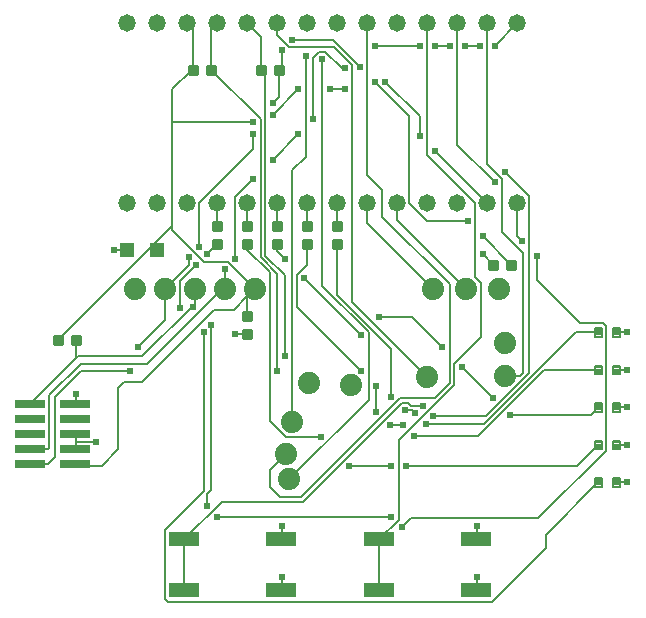
<source format=gtl>
G75*
%MOIN*%
%OFA0B0*%
%FSLAX25Y25*%
%IPPOS*%
%LPD*%
%AMOC8*
5,1,8,0,0,1.08239X$1,22.5*
%
%ADD10C,0.00875*%
%ADD11C,0.07400*%
%ADD12R,0.09843X0.02953*%
%ADD13C,0.05800*%
%ADD14C,0.00750*%
%ADD15R,0.10000X0.05000*%
%ADD16R,0.05000X0.05000*%
%ADD17C,0.00800*%
%ADD18C,0.02400*%
%ADD19C,0.00600*%
D10*
X0017687Y0093313D02*
X0020313Y0093313D01*
X0020313Y0090687D01*
X0017687Y0090687D01*
X0017687Y0093313D01*
X0017687Y0091561D02*
X0020313Y0091561D01*
X0020313Y0092435D02*
X0017687Y0092435D01*
X0017687Y0093309D02*
X0020313Y0093309D01*
X0023687Y0093313D02*
X0026313Y0093313D01*
X0026313Y0090687D01*
X0023687Y0090687D01*
X0023687Y0093313D01*
X0023687Y0091561D02*
X0026313Y0091561D01*
X0026313Y0092435D02*
X0023687Y0092435D01*
X0023687Y0093309D02*
X0026313Y0093309D01*
X0070687Y0122687D02*
X0070687Y0125313D01*
X0073313Y0125313D01*
X0073313Y0122687D01*
X0070687Y0122687D01*
X0070687Y0123561D02*
X0073313Y0123561D01*
X0073313Y0124435D02*
X0070687Y0124435D01*
X0070687Y0125309D02*
X0073313Y0125309D01*
X0070687Y0128687D02*
X0070687Y0131313D01*
X0073313Y0131313D01*
X0073313Y0128687D01*
X0070687Y0128687D01*
X0070687Y0129561D02*
X0073313Y0129561D01*
X0073313Y0130435D02*
X0070687Y0130435D01*
X0070687Y0131309D02*
X0073313Y0131309D01*
X0080687Y0131313D02*
X0080687Y0128687D01*
X0080687Y0131313D02*
X0083313Y0131313D01*
X0083313Y0128687D01*
X0080687Y0128687D01*
X0080687Y0129561D02*
X0083313Y0129561D01*
X0083313Y0130435D02*
X0080687Y0130435D01*
X0080687Y0131309D02*
X0083313Y0131309D01*
X0080687Y0125313D02*
X0080687Y0122687D01*
X0080687Y0125313D02*
X0083313Y0125313D01*
X0083313Y0122687D01*
X0080687Y0122687D01*
X0080687Y0123561D02*
X0083313Y0123561D01*
X0083313Y0124435D02*
X0080687Y0124435D01*
X0080687Y0125309D02*
X0083313Y0125309D01*
X0090687Y0125313D02*
X0090687Y0122687D01*
X0090687Y0125313D02*
X0093313Y0125313D01*
X0093313Y0122687D01*
X0090687Y0122687D01*
X0090687Y0123561D02*
X0093313Y0123561D01*
X0093313Y0124435D02*
X0090687Y0124435D01*
X0090687Y0125309D02*
X0093313Y0125309D01*
X0090687Y0128687D02*
X0090687Y0131313D01*
X0093313Y0131313D01*
X0093313Y0128687D01*
X0090687Y0128687D01*
X0090687Y0129561D02*
X0093313Y0129561D01*
X0093313Y0130435D02*
X0090687Y0130435D01*
X0090687Y0131309D02*
X0093313Y0131309D01*
X0100687Y0131313D02*
X0100687Y0128687D01*
X0100687Y0131313D02*
X0103313Y0131313D01*
X0103313Y0128687D01*
X0100687Y0128687D01*
X0100687Y0129561D02*
X0103313Y0129561D01*
X0103313Y0130435D02*
X0100687Y0130435D01*
X0100687Y0131309D02*
X0103313Y0131309D01*
X0100687Y0125313D02*
X0100687Y0122687D01*
X0100687Y0125313D02*
X0103313Y0125313D01*
X0103313Y0122687D01*
X0100687Y0122687D01*
X0100687Y0123561D02*
X0103313Y0123561D01*
X0103313Y0124435D02*
X0100687Y0124435D01*
X0100687Y0125309D02*
X0103313Y0125309D01*
X0110687Y0125313D02*
X0110687Y0122687D01*
X0110687Y0125313D02*
X0113313Y0125313D01*
X0113313Y0122687D01*
X0110687Y0122687D01*
X0110687Y0123561D02*
X0113313Y0123561D01*
X0113313Y0124435D02*
X0110687Y0124435D01*
X0110687Y0125309D02*
X0113313Y0125309D01*
X0110687Y0128687D02*
X0110687Y0131313D01*
X0113313Y0131313D01*
X0113313Y0128687D01*
X0110687Y0128687D01*
X0110687Y0129561D02*
X0113313Y0129561D01*
X0113313Y0130435D02*
X0110687Y0130435D01*
X0110687Y0131309D02*
X0113313Y0131309D01*
X0083313Y0101313D02*
X0083313Y0098687D01*
X0080687Y0098687D01*
X0080687Y0101313D01*
X0083313Y0101313D01*
X0083313Y0099561D02*
X0080687Y0099561D01*
X0080687Y0100435D02*
X0083313Y0100435D01*
X0083313Y0101309D02*
X0080687Y0101309D01*
X0083313Y0095313D02*
X0083313Y0092687D01*
X0080687Y0092687D01*
X0080687Y0095313D01*
X0083313Y0095313D01*
X0083313Y0093561D02*
X0080687Y0093561D01*
X0080687Y0094435D02*
X0083313Y0094435D01*
X0083313Y0095309D02*
X0080687Y0095309D01*
X0162687Y0115687D02*
X0165313Y0115687D01*
X0162687Y0115687D02*
X0162687Y0118313D01*
X0165313Y0118313D01*
X0165313Y0115687D01*
X0165313Y0116561D02*
X0162687Y0116561D01*
X0162687Y0117435D02*
X0165313Y0117435D01*
X0165313Y0118309D02*
X0162687Y0118309D01*
X0168687Y0115687D02*
X0171313Y0115687D01*
X0168687Y0115687D02*
X0168687Y0118313D01*
X0171313Y0118313D01*
X0171313Y0115687D01*
X0171313Y0116561D02*
X0168687Y0116561D01*
X0168687Y0117435D02*
X0171313Y0117435D01*
X0171313Y0118309D02*
X0168687Y0118309D01*
X0093813Y0180687D02*
X0091187Y0180687D01*
X0091187Y0183313D01*
X0093813Y0183313D01*
X0093813Y0180687D01*
X0093813Y0181561D02*
X0091187Y0181561D01*
X0091187Y0182435D02*
X0093813Y0182435D01*
X0093813Y0183309D02*
X0091187Y0183309D01*
X0087813Y0180687D02*
X0085187Y0180687D01*
X0085187Y0183313D01*
X0087813Y0183313D01*
X0087813Y0180687D01*
X0087813Y0181561D02*
X0085187Y0181561D01*
X0085187Y0182435D02*
X0087813Y0182435D01*
X0087813Y0183309D02*
X0085187Y0183309D01*
X0071313Y0183313D02*
X0068687Y0183313D01*
X0071313Y0183313D02*
X0071313Y0180687D01*
X0068687Y0180687D01*
X0068687Y0183313D01*
X0068687Y0181561D02*
X0071313Y0181561D01*
X0071313Y0182435D02*
X0068687Y0182435D01*
X0068687Y0183309D02*
X0071313Y0183309D01*
X0065313Y0183313D02*
X0062687Y0183313D01*
X0065313Y0183313D02*
X0065313Y0180687D01*
X0062687Y0180687D01*
X0062687Y0183313D01*
X0062687Y0181561D02*
X0065313Y0181561D01*
X0065313Y0182435D02*
X0062687Y0182435D01*
X0062687Y0183309D02*
X0065313Y0183309D01*
D11*
X0064500Y0109000D03*
X0054500Y0109000D03*
X0044500Y0109000D03*
X0074500Y0109000D03*
X0084500Y0109000D03*
X0102500Y0077500D03*
X0116500Y0077000D03*
X0097000Y0064500D03*
X0095000Y0054000D03*
X0096000Y0045500D03*
X0142000Y0079500D03*
X0168000Y0080000D03*
X0168000Y0091000D03*
X0166000Y0109000D03*
X0155000Y0109000D03*
X0144000Y0109000D03*
D12*
X0009626Y0050500D03*
X0009626Y0055500D03*
X0009626Y0060500D03*
X0009626Y0065500D03*
X0009626Y0070500D03*
X0024626Y0070500D03*
X0024626Y0065500D03*
X0024626Y0060500D03*
X0024626Y0055500D03*
X0024626Y0050500D03*
D13*
X0042000Y0137500D03*
X0052000Y0137500D03*
X0062000Y0137500D03*
X0072000Y0137500D03*
X0082000Y0137500D03*
X0092000Y0137500D03*
X0102000Y0137500D03*
X0112000Y0137500D03*
X0122000Y0137500D03*
X0132000Y0137500D03*
X0142000Y0137500D03*
X0152000Y0137500D03*
X0162000Y0137500D03*
X0172000Y0137500D03*
X0172000Y0197500D03*
X0162000Y0197500D03*
X0152000Y0197500D03*
X0142000Y0197500D03*
X0132000Y0197500D03*
X0122000Y0197500D03*
X0112000Y0197500D03*
X0102000Y0197500D03*
X0092000Y0197500D03*
X0082000Y0197500D03*
X0072000Y0197500D03*
X0062000Y0197500D03*
X0052000Y0197500D03*
X0042000Y0197500D03*
D14*
X0197875Y0093125D02*
X0200125Y0093125D01*
X0197875Y0093125D02*
X0197875Y0095875D01*
X0200125Y0095875D01*
X0200125Y0093125D01*
X0200125Y0093874D02*
X0197875Y0093874D01*
X0197875Y0094623D02*
X0200125Y0094623D01*
X0200125Y0095372D02*
X0197875Y0095372D01*
X0203875Y0093125D02*
X0206125Y0093125D01*
X0203875Y0093125D02*
X0203875Y0095875D01*
X0206125Y0095875D01*
X0206125Y0093125D01*
X0206125Y0093874D02*
X0203875Y0093874D01*
X0203875Y0094623D02*
X0206125Y0094623D01*
X0206125Y0095372D02*
X0203875Y0095372D01*
X0203875Y0080625D02*
X0206125Y0080625D01*
X0203875Y0080625D02*
X0203875Y0083375D01*
X0206125Y0083375D01*
X0206125Y0080625D01*
X0206125Y0081374D02*
X0203875Y0081374D01*
X0203875Y0082123D02*
X0206125Y0082123D01*
X0206125Y0082872D02*
X0203875Y0082872D01*
X0200125Y0080625D02*
X0197875Y0080625D01*
X0197875Y0083375D01*
X0200125Y0083375D01*
X0200125Y0080625D01*
X0200125Y0081374D02*
X0197875Y0081374D01*
X0197875Y0082123D02*
X0200125Y0082123D01*
X0200125Y0082872D02*
X0197875Y0082872D01*
X0197875Y0068125D02*
X0200125Y0068125D01*
X0197875Y0068125D02*
X0197875Y0070875D01*
X0200125Y0070875D01*
X0200125Y0068125D01*
X0200125Y0068874D02*
X0197875Y0068874D01*
X0197875Y0069623D02*
X0200125Y0069623D01*
X0200125Y0070372D02*
X0197875Y0070372D01*
X0203875Y0068125D02*
X0206125Y0068125D01*
X0203875Y0068125D02*
X0203875Y0070875D01*
X0206125Y0070875D01*
X0206125Y0068125D01*
X0206125Y0068874D02*
X0203875Y0068874D01*
X0203875Y0069623D02*
X0206125Y0069623D01*
X0206125Y0070372D02*
X0203875Y0070372D01*
X0203875Y0055625D02*
X0206125Y0055625D01*
X0203875Y0055625D02*
X0203875Y0058375D01*
X0206125Y0058375D01*
X0206125Y0055625D01*
X0206125Y0056374D02*
X0203875Y0056374D01*
X0203875Y0057123D02*
X0206125Y0057123D01*
X0206125Y0057872D02*
X0203875Y0057872D01*
X0200125Y0055625D02*
X0197875Y0055625D01*
X0197875Y0058375D01*
X0200125Y0058375D01*
X0200125Y0055625D01*
X0200125Y0056374D02*
X0197875Y0056374D01*
X0197875Y0057123D02*
X0200125Y0057123D01*
X0200125Y0057872D02*
X0197875Y0057872D01*
X0197875Y0043125D02*
X0200125Y0043125D01*
X0197875Y0043125D02*
X0197875Y0045875D01*
X0200125Y0045875D01*
X0200125Y0043125D01*
X0200125Y0043874D02*
X0197875Y0043874D01*
X0197875Y0044623D02*
X0200125Y0044623D01*
X0200125Y0045372D02*
X0197875Y0045372D01*
X0203875Y0043125D02*
X0206125Y0043125D01*
X0203875Y0043125D02*
X0203875Y0045875D01*
X0206125Y0045875D01*
X0206125Y0043125D01*
X0206125Y0043874D02*
X0203875Y0043874D01*
X0203875Y0044623D02*
X0206125Y0044623D01*
X0206125Y0045372D02*
X0203875Y0045372D01*
D15*
X0158256Y0025500D03*
X0158256Y0008500D03*
X0125744Y0008500D03*
X0125744Y0025500D03*
X0093256Y0025500D03*
X0093256Y0008500D03*
X0060744Y0008500D03*
X0060744Y0025500D03*
D16*
X0052000Y0122000D03*
X0042000Y0122000D03*
D17*
X0037500Y0122000D01*
X0078000Y0094000D02*
X0082000Y0094000D01*
X0031500Y0058000D02*
X0025000Y0058000D01*
X0025000Y0055500D01*
X0024626Y0055500D01*
X0025000Y0058000D02*
X0025000Y0060500D01*
X0024626Y0060500D01*
X0024626Y0070500D02*
X0025000Y0070500D01*
X0025000Y0074000D01*
X0093500Y0030000D02*
X0093500Y0025500D01*
X0093256Y0025500D01*
X0093500Y0013000D02*
X0093500Y0008500D01*
X0093256Y0008500D01*
X0158256Y0008500D02*
X0158500Y0008500D01*
X0158500Y0013000D01*
X0158500Y0025500D02*
X0158256Y0025500D01*
X0158500Y0025500D02*
X0158500Y0030000D01*
X0205000Y0044500D02*
X0208500Y0044500D01*
X0208500Y0057000D02*
X0205000Y0057000D01*
X0205000Y0069500D02*
X0208500Y0069500D01*
X0208500Y0082000D02*
X0205000Y0082000D01*
X0205000Y0094500D02*
X0208500Y0094500D01*
X0164000Y0117000D02*
X0160500Y0120500D01*
D18*
X0160500Y0120500D03*
X0160500Y0126500D03*
X0155500Y0131500D03*
X0164500Y0144500D03*
X0168000Y0148000D03*
X0173500Y0125000D03*
X0178500Y0120000D03*
X0208500Y0094500D03*
X0208500Y0082000D03*
X0208500Y0069500D03*
X0208500Y0057000D03*
X0208500Y0044500D03*
X0169500Y0067000D03*
X0164000Y0072500D03*
X0153500Y0083000D03*
X0147000Y0089500D03*
X0130000Y0073000D03*
X0134500Y0068500D03*
X0138000Y0067500D03*
X0140500Y0070000D03*
X0144000Y0066500D03*
X0141500Y0064000D03*
X0137500Y0060000D03*
X0134000Y0063500D03*
X0129500Y0063500D03*
X0125000Y0068000D03*
X0125000Y0076500D03*
X0120000Y0081500D03*
X0120000Y0093500D03*
X0126000Y0099500D03*
X0101000Y0112500D03*
X0094500Y0119000D03*
X0078000Y0119000D03*
X0074500Y0115500D03*
X0068500Y0120500D03*
X0066000Y0123000D03*
X0062500Y0119500D03*
X0065000Y0117000D03*
X0064000Y0103000D03*
X0059500Y0102500D03*
X0067500Y0094500D03*
X0070000Y0097000D03*
X0078000Y0094000D03*
X0092000Y0081500D03*
X0094500Y0086500D03*
X0106500Y0059500D03*
X0116000Y0050000D03*
X0130000Y0050000D03*
X0135000Y0050000D03*
X0130000Y0033000D03*
X0133500Y0029500D03*
X0158500Y0030000D03*
X0158500Y0013000D03*
X0093500Y0013000D03*
X0093500Y0030000D03*
X0072000Y0033000D03*
X0068500Y0036500D03*
X0031500Y0058000D03*
X0025000Y0074000D03*
X0043000Y0081500D03*
X0045500Y0089500D03*
X0037500Y0122000D03*
X0084000Y0145500D03*
X0090500Y0152000D03*
X0084000Y0160500D03*
X0084000Y0164500D03*
X0090500Y0167000D03*
X0090500Y0171000D03*
X0099000Y0175500D03*
X0109500Y0175500D03*
X0114500Y0175500D03*
X0114500Y0182500D03*
X0119500Y0183000D03*
X0124500Y0178000D03*
X0128000Y0178000D03*
X0124500Y0190000D03*
X0139500Y0190000D03*
X0144500Y0190000D03*
X0149500Y0190000D03*
X0154500Y0190000D03*
X0159500Y0190000D03*
X0164500Y0190000D03*
X0139500Y0160000D03*
X0144500Y0155000D03*
X0107000Y0185500D03*
X0101500Y0186500D03*
X0097000Y0192000D03*
X0093500Y0188500D03*
X0104000Y0165500D03*
X0099000Y0160500D03*
D19*
X0090500Y0152000D01*
X0097000Y0148500D02*
X0101500Y0153000D01*
X0101500Y0186500D01*
X0104000Y0186000D02*
X0104000Y0165500D01*
X0099000Y0175500D02*
X0090500Y0167000D01*
X0086500Y0165500D02*
X0086500Y0119500D01*
X0092000Y0114000D01*
X0092000Y0081500D01*
X0094500Y0086500D02*
X0094500Y0113500D01*
X0088000Y0120000D01*
X0088000Y0180500D01*
X0086500Y0182000D01*
X0086500Y0193000D01*
X0082000Y0197500D01*
X0072000Y0197500D02*
X0070000Y0195500D01*
X0070000Y0182000D01*
X0086500Y0165500D01*
X0084000Y0164500D02*
X0057000Y0164500D01*
X0057000Y0175500D01*
X0063500Y0182000D01*
X0064000Y0182000D01*
X0064000Y0195500D01*
X0062000Y0197500D01*
X0090500Y0171000D02*
X0092500Y0173000D01*
X0092500Y0182000D01*
X0093500Y0183000D01*
X0093500Y0188500D01*
X0096000Y0189500D02*
X0092000Y0193500D01*
X0092000Y0197500D01*
X0097000Y0192000D02*
X0110500Y0192000D01*
X0119500Y0183000D01*
X0117000Y0183500D02*
X0111000Y0189500D01*
X0096000Y0189500D01*
X0104000Y0186000D02*
X0106000Y0188000D01*
X0108000Y0188000D01*
X0113500Y0182500D01*
X0114500Y0182500D01*
X0117000Y0183500D02*
X0117000Y0104500D01*
X0142000Y0079500D01*
X0144500Y0072500D02*
X0149500Y0077500D01*
X0149500Y0110500D01*
X0127000Y0133000D01*
X0127000Y0142000D01*
X0122000Y0147000D01*
X0122000Y0197500D01*
X0124500Y0190000D02*
X0139500Y0190000D01*
X0144500Y0190000D02*
X0149500Y0190000D01*
X0154500Y0190000D02*
X0159500Y0190000D01*
X0164500Y0190000D02*
X0172000Y0197500D01*
X0162000Y0197500D02*
X0162000Y0150500D01*
X0167000Y0145500D01*
X0167000Y0128000D01*
X0174000Y0121000D01*
X0174000Y0081000D01*
X0173000Y0080000D01*
X0168000Y0080000D01*
X0164000Y0072500D02*
X0153500Y0083000D01*
X0151000Y0084000D02*
X0151000Y0077000D01*
X0132500Y0058500D01*
X0132500Y0032000D01*
X0126000Y0025500D01*
X0125744Y0025500D01*
X0126000Y0025500D02*
X0126000Y0008500D01*
X0125744Y0008500D01*
X0133500Y0029500D02*
X0136500Y0032500D01*
X0179000Y0032500D01*
X0201500Y0055000D01*
X0201500Y0096500D01*
X0200500Y0097500D01*
X0193000Y0097500D01*
X0178500Y0112000D01*
X0178500Y0120000D01*
X0173500Y0125000D02*
X0172000Y0126500D01*
X0172000Y0137500D01*
X0176000Y0140000D02*
X0176000Y0081000D01*
X0161500Y0066500D01*
X0144000Y0066500D01*
X0141500Y0064000D02*
X0161000Y0064000D01*
X0191500Y0094500D01*
X0199000Y0094500D01*
X0199000Y0082000D02*
X0181000Y0082000D01*
X0159000Y0060000D01*
X0137500Y0060000D01*
X0134000Y0063500D02*
X0129500Y0063500D01*
X0125000Y0068000D02*
X0125000Y0076500D01*
X0120000Y0081500D02*
X0098500Y0103000D01*
X0098500Y0113500D01*
X0102000Y0117000D01*
X0102000Y0124000D01*
X0102000Y0130000D02*
X0102000Y0137500D01*
X0112000Y0137500D02*
X0112000Y0130000D01*
X0112000Y0124000D02*
X0112000Y0107000D01*
X0130000Y0089000D01*
X0130000Y0073000D01*
X0133000Y0072500D02*
X0144500Y0072500D01*
X0140500Y0070000D02*
X0136500Y0070000D01*
X0135500Y0071000D01*
X0133500Y0071000D01*
X0100500Y0038000D01*
X0073500Y0038000D01*
X0061000Y0025500D01*
X0060744Y0025500D01*
X0061000Y0025500D02*
X0061000Y0008500D01*
X0060744Y0008500D01*
X0055500Y0004500D02*
X0163500Y0004500D01*
X0181500Y0022500D01*
X0181500Y0027000D01*
X0199000Y0044500D01*
X0192000Y0050000D02*
X0199000Y0057000D01*
X0192000Y0050000D02*
X0135000Y0050000D01*
X0130000Y0050000D02*
X0116000Y0050000D01*
X0106500Y0059500D02*
X0095000Y0059500D01*
X0089500Y0065000D01*
X0089500Y0114500D01*
X0082000Y0122000D01*
X0082000Y0124000D01*
X0082000Y0130000D02*
X0082000Y0137500D01*
X0078000Y0139500D02*
X0078000Y0119000D01*
X0075500Y0118000D02*
X0067500Y0118000D01*
X0057000Y0128500D01*
X0057000Y0130000D01*
X0050500Y0123500D01*
X0052000Y0122000D01*
X0050500Y0123500D02*
X0019000Y0092000D01*
X0025000Y0092000D02*
X0025000Y0086000D01*
X0025063Y0085937D01*
X0025626Y0086500D01*
X0047000Y0086500D01*
X0063500Y0103000D01*
X0064000Y0103000D01*
X0063500Y0103000D02*
X0064500Y0104000D01*
X0064500Y0109000D01*
X0059500Y0111500D02*
X0059500Y0102500D01*
X0054500Y0098500D02*
X0054500Y0109000D01*
X0062500Y0117000D01*
X0062500Y0119500D01*
X0065000Y0117000D02*
X0059500Y0111500D01*
X0068500Y0120500D02*
X0072000Y0124000D01*
X0072000Y0130000D02*
X0072000Y0137500D01*
X0066000Y0137500D02*
X0066000Y0123000D01*
X0075500Y0118000D02*
X0084500Y0109000D01*
X0082000Y0106500D01*
X0082000Y0100000D01*
X0077500Y0102000D02*
X0082000Y0106500D01*
X0077500Y0102000D02*
X0071000Y0102000D01*
X0047000Y0078000D01*
X0041000Y0078000D01*
X0039000Y0076000D01*
X0039000Y0055500D01*
X0033500Y0050000D01*
X0025126Y0050000D01*
X0024626Y0050500D01*
X0018000Y0053000D02*
X0018000Y0073000D01*
X0026500Y0081500D01*
X0043000Y0081500D01*
X0048500Y0084000D02*
X0073500Y0109000D01*
X0074500Y0109000D01*
X0074500Y0115500D01*
X0092000Y0121500D02*
X0094500Y0119000D01*
X0092000Y0121500D02*
X0092000Y0124000D01*
X0092000Y0130000D02*
X0092000Y0137500D01*
X0084000Y0145500D02*
X0078000Y0139500D01*
X0066000Y0137500D02*
X0084000Y0155500D01*
X0084000Y0160500D01*
X0097000Y0148500D02*
X0097000Y0064500D01*
X0095000Y0054000D02*
X0089500Y0048500D01*
X0089500Y0043000D01*
X0093000Y0039500D01*
X0100000Y0039500D01*
X0133000Y0072500D01*
X0134500Y0068500D02*
X0137000Y0068500D01*
X0138000Y0067500D01*
X0122500Y0072000D02*
X0122500Y0094500D01*
X0107000Y0110000D01*
X0107000Y0185500D01*
X0109500Y0175500D02*
X0114500Y0175500D01*
X0124500Y0178000D02*
X0136000Y0166500D01*
X0136000Y0137500D01*
X0142000Y0131500D01*
X0155500Y0131500D01*
X0158000Y0137500D02*
X0158000Y0113000D01*
X0160000Y0111000D01*
X0160000Y0093000D01*
X0151000Y0084000D01*
X0147000Y0089500D02*
X0137000Y0099500D01*
X0126000Y0099500D01*
X0120000Y0093500D02*
X0101000Y0112500D01*
X0122000Y0131000D02*
X0144000Y0109000D01*
X0155000Y0109000D02*
X0132000Y0132000D01*
X0132000Y0137500D01*
X0122000Y0137500D02*
X0122000Y0131000D01*
X0142000Y0153500D02*
X0158000Y0137500D01*
X0162000Y0137500D02*
X0144500Y0155000D01*
X0142000Y0153500D02*
X0142000Y0197500D01*
X0152000Y0197500D02*
X0152000Y0157000D01*
X0164500Y0144500D01*
X0168000Y0148000D02*
X0176000Y0140000D01*
X0160500Y0126500D02*
X0170000Y0117000D01*
X0139500Y0160000D02*
X0139500Y0166500D01*
X0128000Y0178000D01*
X0057000Y0164500D02*
X0057000Y0130000D01*
X0054500Y0098500D02*
X0045500Y0089500D01*
X0048500Y0084000D02*
X0026500Y0084000D01*
X0016000Y0073500D01*
X0016000Y0056000D01*
X0015500Y0055500D01*
X0009626Y0055500D01*
X0009626Y0050500D02*
X0015500Y0050500D01*
X0018000Y0053000D01*
X0009626Y0070500D02*
X0025063Y0085937D01*
X0067500Y0094500D02*
X0067500Y0041500D01*
X0054500Y0028500D01*
X0054500Y0005500D01*
X0055500Y0004500D01*
X0072000Y0033000D02*
X0130000Y0033000D01*
X0096000Y0045500D02*
X0122500Y0072000D01*
X0169500Y0067000D02*
X0196500Y0067000D01*
X0199000Y0069500D01*
X0070000Y0097000D02*
X0070000Y0042000D01*
X0068500Y0040500D01*
X0068500Y0036500D01*
M02*

</source>
